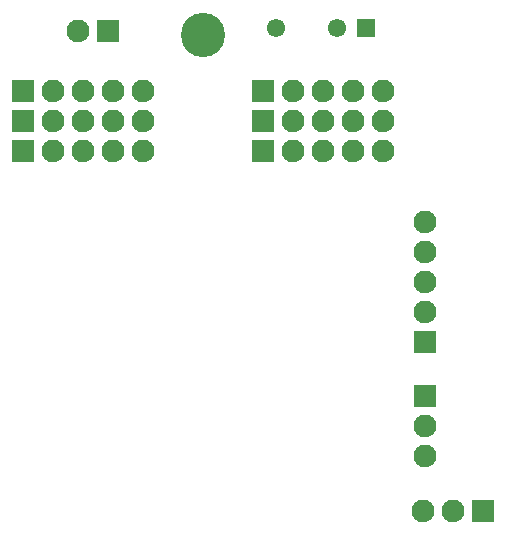
<source format=gbs>
%FSTAX44Y44*%
%MOIN*%
%SFA1B1*%

%IPPOS*%
%ADD56C,0.061120*%
%ADD57R,0.061120X0.061120*%
%ADD58C,0.076000*%
%ADD59R,0.076000X0.076000*%
%ADD60R,0.076000X0.076000*%
%ADD61C,0.147730*%
%LNrpcb6996130008r02-1*%
%LPD*%
G54D56*
X00033965Y00044142D03*
X0003195D03*
G54D57*
X0003495Y00044142D03*
G54D58*
X000369Y000367D03*
Y000377D03*
Y000347D03*
Y000357D03*
X00034527Y0004105D03*
X00035527D03*
X00032527D03*
X00033527D03*
X00026527D03*
X00027527D03*
X00024527D03*
X00025527D03*
X00034527Y0004205D03*
X00035527D03*
X00032527D03*
X00033527D03*
X00026527D03*
X00027527D03*
X00024527D03*
X00025527D03*
X00034527Y0004005D03*
X00035527D03*
X00032527D03*
X00033527D03*
X00026527D03*
X00027527D03*
X00024527D03*
X00025527D03*
X0002535Y0004405D03*
X000369Y0002989D03*
Y0003089D03*
X0003785Y0002806D03*
X0003685D03*
G54D59*
X000369Y000337D03*
Y0003189D03*
G54D60*
X00031527Y0004105D03*
X00023527D03*
X00031527Y0004205D03*
X00023527D03*
X00031527Y0004005D03*
X00023527D03*
X0002635Y0004405D03*
X0003885Y0002806D03*
G54D61*
X00029527Y00043933D03*
M02*
</source>
